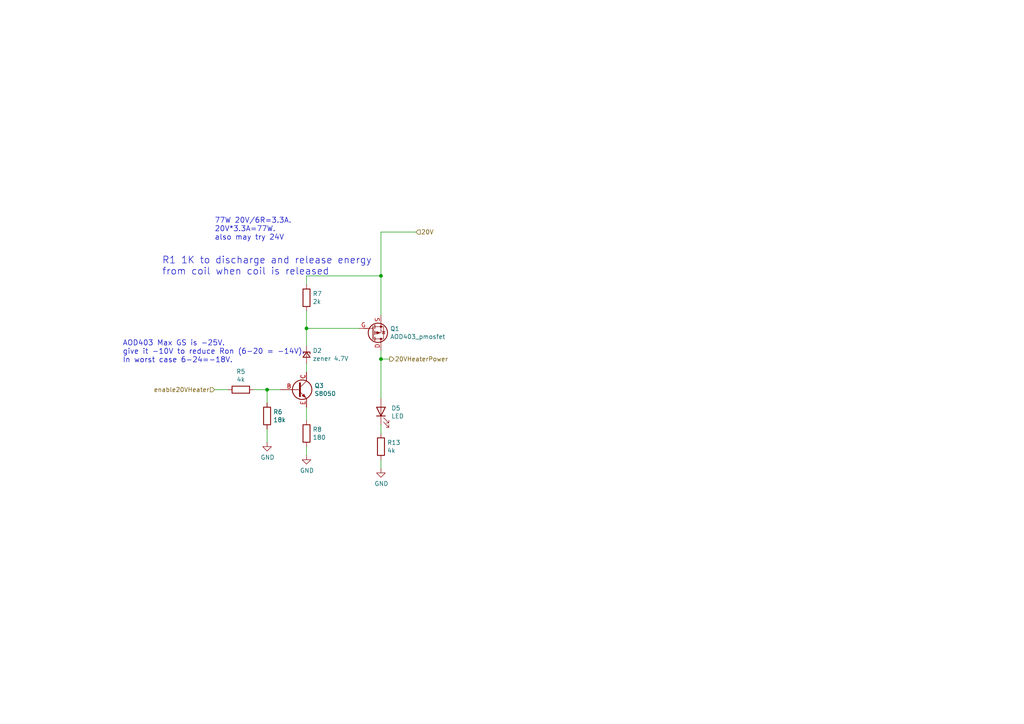
<source format=kicad_sch>
(kicad_sch (version 20211123) (generator eeschema)
  (paper "A4")
  (lib_symbols
    (symbol "Device:D_Zener_Small" (pin_numbers hide) (pin_names (offset 0.254) hide)
      (property "Reference" "D" (at 0 2.286 0))
      (property "Value" "D_Zener_Small" (at 0 -2.286 0))
      (symbol "D_Zener_Small_0_1"
        (polyline (pts (xy 0.762 0) (xy -0.762 0)))
        (polyline (pts (xy -0.254 1.016) (xy -0.762 1.016) (xy -0.762 -1.016)) (stroke (width 0.254)))
        (polyline (pts (xy 0.762 1.016) (xy -0.762 0) (xy 0.762 -1.016) (xy 0.762 1.016)) (stroke (width 0.254)))
      )
      (symbol "D_Zener_Small_1_1"
        (pin passive line (at -2.54 0 0) (length 1.778) (name "K") (number "1"))
        (pin passive line (at 2.54 0 180) (length 1.778) (name "A") (number "2"))
      )
    )
    (symbol "Device:R" (pin_numbers hide) (pin_names (offset 0))
      (property "Reference" "R" (at 2.032 0 90))
      (property "Value" "R" (at 0 0 90))
      (symbol "R_0_1"
        (rectangle (start -1.016 -2.54) (end 1.016 2.54) (stroke (width 0.254)))
      )
      (symbol "R_1_1"
        (pin passive line (at 0 3.81 270) (length 1.27) (name "~") (number "1"))
        (pin passive line (at 0 -3.81 90) (length 1.27) (name "~") (number "2"))
      )
    )
    (symbol "mySymbolLibrary:AOD403_pmosfet" (pin_names hide)
      (property "Reference" "Q" (at 3.683 -1.905 0))
      (property "Value" "AOD403_pmosfet" (at 3.683 0 0))
      (symbol "AOD403_pmosfet_0_1"
        (polyline (pts (xy -1.016 -1.905) (xy -1.016 1.905)) (stroke (width 0.254)))
        (polyline (pts (xy -1.016 1.27) (xy -3.81 1.27)))
        (polyline (pts (xy -0.508 -2.286) (xy -0.508 -1.27)) (stroke (width 0.254)))
        (polyline (pts (xy -0.508 -0.508) (xy -0.508 0.508)) (stroke (width 0.254)))
        (polyline (pts (xy -0.508 1.27) (xy -0.508 2.286)) (stroke (width 0.254)))
        (polyline (pts (xy 1.27 -2.54) (xy 1.27 -1.778)))
        (polyline (pts (xy 1.27 2.54) (xy 1.27 0) (xy -0.508 0)))
        (polyline (pts (xy -0.508 -1.778) (xy 2.032 -1.778) (xy 2.032 1.778) (xy -0.508 1.778)))
        (polyline (pts (xy 1.016 0) (xy 0 -0.381) (xy 0 0.381) (xy 1.016 0)) (fill (type outline)))
        (polyline (pts (xy 1.524 0.508) (xy 1.651 0.381) (xy 2.413 0.381) (xy 2.54 0.254)))
        (polyline (pts (xy 2.032 0.381) (xy 1.651 -0.254) (xy 2.413 -0.254) (xy 2.032 0.381)))
        (circle (center 0.381 0) (radius 2.794) (stroke (width 0.254)))
        (circle (center 1.27 -1.778) (radius 0.254) (fill (type outline)))
        (circle (center 1.27 1.778) (radius 0.254) (fill (type outline)))
      )
      (symbol "AOD403_pmosfet_1_1"
        (pin passive line (at 1.27 -5.08 90) (length 2.54) (name "D") (number "D"))
        (pin input line (at -5.08 1.27 0) (length 2.54) (name "G") (number "G"))
        (pin passive line (at 1.27 5.08 270) (length 2.54) (name "S") (number "S"))
      )
    )
    (symbol "mySymbolLibrary:LED" (pin_numbers hide) (pin_names (offset 1.016) hide)
      (property "Reference" "D" (at 0 2.54 0))
      (property "Value" "LED" (at 0 -2.54 0))
      (symbol "LED_0_1"
        (polyline (pts (xy -1.27 -1.27) (xy -1.27 1.27)) (stroke (width 0.254)))
        (polyline (pts (xy -1.27 0) (xy 1.27 0)))
        (polyline (pts (xy 1.27 -1.27) (xy 1.27 1.27) (xy -1.27 0) (xy 1.27 -1.27)) (stroke (width 0.254)))
        (polyline (pts (xy -3.048 -0.762) (xy -4.572 -2.286) (xy -3.81 -2.286) (xy -4.572 -2.286) (xy -4.572 -1.524)))
        (polyline (pts (xy -1.778 -0.762) (xy -3.302 -2.286) (xy -2.54 -2.286) (xy -3.302 -2.286) (xy -3.302 -1.524)))
      )
      (symbol "LED_1_1"
        (pin passive line (at 3.81 0 180) (length 2.54) (name "A") (number "A"))
        (pin passive line (at -3.81 0 0) (length 2.54) (name "K") (number "K"))
      )
    )
    (symbol "mySymbolLibrary:S8050" (pin_names (offset 0) hide)
      (property "Reference" "Q" (at 5.08 1.905 0))
      (property "Value" "S8050" (at 5.08 0 0))
      (symbol "S8050_0_1"
        (polyline (pts (xy 0 0) (xy 0.635 0)))
        (polyline (pts (xy 0.635 0.635) (xy 2.54 2.54)))
        (polyline (pts (xy 0.635 -0.635) (xy 2.54 -2.54) (xy 2.54 -2.54)))
        (polyline (pts (xy 0.635 1.905) (xy 0.635 -1.905) (xy 0.635 -1.905)) (stroke (width 0.508)))
        (polyline (pts (xy 1.27 -1.778) (xy 1.778 -1.27) (xy 2.286 -2.286) (xy 1.27 -1.778) (xy 1.27 -1.778)) (fill (type outline)))
        (circle (center 1.27 0) (radius 2.8194) (stroke (width 0.254)))
      )
      (symbol "S8050_1_1"
        (pin input line (at -5.08 0 0) (length 5.08) (name "B") (number "B"))
        (pin passive line (at 2.54 5.08 270) (length 2.54) (name "C") (number "C"))
        (pin passive line (at 2.54 -5.08 90) (length 2.54) (name "E") (number "E"))
      )
    )
    (symbol "power:GND" (power) (pin_names (offset 0))
      (property "Value" "GND" (at 0 -3.81 0))
      (symbol "GND_0_1"
        (polyline (pts (xy 0 0) (xy 0 -1.27) (xy 1.27 -1.27) (xy 0 -2.54) (xy -1.27 -1.27) (xy 0 -1.27)))
      )
      (symbol "GND_1_1"
        (pin power_in line (at 0 0 270) (length 0) hide (name "GND") (number "1"))
      )
    )
  )
  (junction (at 110.49 80.01))
  (junction (at 88.9 95.25))
  (junction (at 77.47 113.03))
  (junction (at 110.49 104.14))
  (wire (pts (xy 77.47 116.84) (xy 77.47 113.03)))
  (wire (pts (xy 110.49 125.73) (xy 110.49 123.19)))
  (wire (pts (xy 113.03 104.14) (xy 110.49 104.14)))
  (wire (pts (xy 88.9 132.08) (xy 88.9 129.54)))
  (wire (pts (xy 110.49 67.31) (xy 120.65 67.31)))
  (wire (pts (xy 88.9 90.17) (xy 88.9 95.25)))
  (wire (pts (xy 110.49 67.31) (xy 110.49 80.01)))
  (wire (pts (xy 110.49 80.01) (xy 110.49 91.44)))
  (wire (pts (xy 110.49 104.14) (xy 110.49 115.57)))
  (wire (pts (xy 110.49 101.6) (xy 110.49 104.14)))
  (wire (pts (xy 88.9 95.25) (xy 88.9 100.33)))
  (wire (pts (xy 110.49 135.89) (xy 110.49 133.35)))
  (wire (pts (xy 62.23 113.03) (xy 66.04 113.03)))
  (wire (pts (xy 77.47 113.03) (xy 81.28 113.03)))
  (wire (pts (xy 73.66 113.03) (xy 77.47 113.03)))
  (wire (pts (xy 88.9 95.25) (xy 104.14 95.25)))
  (wire (pts (xy 88.9 82.55) (xy 88.9 80.01)))
  (wire (pts (xy 88.9 80.01) (xy 110.49 80.01)))
  (wire (pts (xy 77.47 124.46) (xy 77.47 128.27)))
  (wire (pts (xy 88.9 121.92) (xy 88.9 118.11)))
  (wire (pts (xy 88.9 105.41) (xy 88.9 107.95)))
  (text "R1 1K to discharge and release energy \nfrom coil when coil is released" (at 46.99 80.01 0) (effects (font (size 2.0066 2.0066)) (justify left bottom)))
  (text "AOD403 Max GS is -25V. \ngive it -10V to reduce Ron (6-20 = -14V).\nIn worst case 6-24=-18V.  \n" (at 35.56 105.41 0) (effects (font (size 1.524 1.524)) (justify left bottom)))
  (text "77W 20V/6R=3.3A.\n20V*3.3A=77W.\nalso may try 24V" (at 62.23 69.85 0) (effects (font (size 1.524 1.524)) (justify left bottom)))
  (hierarchical_label "20V" (shape input) (at 120.65 67.31 0))
  (hierarchical_label "20VHeaterPower" (shape output) (at 113.03 104.14 0))
  (hierarchical_label "enable20VHeater" (shape input) (at 62.23 113.03 180))
  (symbol (lib_id "power:GND") (at 88.9 132.08 0) (unit 1)
    (property "Reference" "#PWR0101" (effects hide))
    (property "Value" "GND" (at 89.027 136.4742 0))
  )
  (symbol (lib_id "mySymbolLibrary:S8050") (at 86.36 113.03 0) (unit 1)
    (property "Reference" "Q3" (at 91.186 111.8616 0) (effects (justify left)))
    (property "Value" "S8050" (at 91.186 114.173 0) (effects (justify left)))
    (property "Footprint" "myFootPrintLibs:SOT-23_PNP_NPN" (effects hide))
    (property "Datasheet" "http://www.unisonic.com.tw/datasheet/S8050.pdf" (effects hide))
  )
  (symbol (lib_id "Device:R") (at 69.85 113.03 270) (unit 1)
    (property "Reference" "R5" (at 69.85 107.7722 90))
    (property "Value" "4k" (at 69.85 110.0836 90))
    (property "Footprint" "myFootPrintLibs:R_C_0805_2012Metric_Pad1.20x1.50mm_HandSolder" (effects hide))
  )
  (symbol (lib_id "Device:D_Zener_Small") (at 88.9 102.87 270) (unit 1)
    (property "Reference" "D2" (at 90.678 101.7016 90) (effects (justify left)))
    (property "Value" "zener 4.7V" (at 90.678 104.013 90) (effects (justify left)))
    (property "Footprint" "myFootPrintLibs:D_MiniMELF_Handsoldering_Zener" (effects hide))
    (property "note" "keep 5V lowest for Pmosfet gate" (effects hide))
  )
  (symbol (lib_id "Device:R") (at 88.9 86.36 180) (unit 1)
    (property "Reference" "R7" (at 90.678 85.1916 0) (effects (justify right)))
    (property "Value" "2k" (at 90.678 87.503 0) (effects (justify right)))
    (property "Footprint" "myFootPrintLibs:R_C_0805_2012Metric_Pad1.20x1.50mm_HandSolder" (effects hide))
  )
  (symbol (lib_id "Device:R") (at 88.9 125.73 180) (unit 1)
    (property "Reference" "R8" (at 90.678 124.5616 0) (effects (justify right)))
    (property "Value" "180" (at 90.678 126.873 0) (effects (justify right)))
    (property "Footprint" "myFootPrintLibs:R_C_0805_2012Metric_Pad1.20x1.50mm_HandSolder" (effects hide))
  )
  (symbol (lib_id "Device:R") (at 77.47 120.65 0) (unit 1)
    (property "Reference" "R6" (at 79.248 119.4816 0) (effects (justify left)))
    (property "Value" "18k" (at 79.248 121.793 0) (effects (justify left)))
    (property "Footprint" "myFootPrintLibs:R_C_0805_2012Metric_Pad1.20x1.50mm_HandSolder" (effects hide))
    (property "note" "pulldown for NPN transistor" (effects hide))
  )
  (symbol (lib_id "power:GND") (at 77.47 128.27 0) (unit 1)
    (property "Reference" "#PWR0102" (effects hide))
    (property "Value" "GND" (at 77.597 132.6642 0))
  )
  (symbol (lib_id "mySymbolLibrary:AOD403_pmosfet") (at 109.22 96.52 0) (unit 1)
    (property "Reference" "Q1" (at 113.1316 95.3516 0) (effects (justify left)))
    (property "Value" "AOD403_pmosfet" (at 113.1316 97.663 0) (effects (justify left)))
    (property "Footprint" "myFootPrintLibs:TO-252-2" (effects hide))
    (property "Datasheet" "http://www.aosmd.com/pdfs/datasheet/AOI403.pdf" (effects hide))
  )
  (symbol (lib_id "mySymbolLibrary:LED") (at 110.49 119.38 90) (unit 1)
    (property "Reference" "D5" (at 113.4872 118.3894 90) (effects (justify right)))
    (property "Value" "LED" (at 113.4872 120.7008 90) (effects (justify right)))
    (property "Footprint" "myFootPrintLibs:LED_D3.0mm" (effects hide))
  )
  (symbol (lib_id "Device:R") (at 110.49 129.54 180) (unit 1)
    (property "Reference" "R13" (at 112.268 128.3716 0) (effects (justify right)))
    (property "Value" "4k" (at 112.268 130.683 0) (effects (justify right)))
    (property "Footprint" "myFootPrintLibs:R_C_0805_2012Metric_Pad1.20x1.50mm_HandSolder" (effects hide))
  )
  (symbol (lib_id "power:GND") (at 110.49 135.89 0) (unit 1)
    (property "Reference" "#PWR0107" (effects hide))
    (property "Value" "GND" (at 110.617 140.2842 0))
  )
)
</source>
